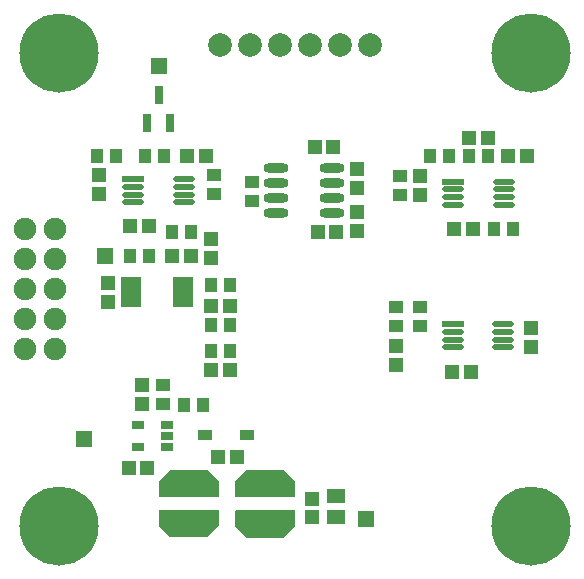
<source format=gts>
G04*
G04 #@! TF.GenerationSoftware,Altium Limited,Altium Designer,22.3.1 (43)*
G04*
G04 Layer_Color=8388736*
%FSLAX25Y25*%
%MOIN*%
G70*
G04*
G04 #@! TF.SameCoordinates,2454C8F7-4EAD-40B7-BFB8-64AA641CEC59*
G04*
G04*
G04 #@! TF.FilePolarity,Negative*
G04*
G01*
G75*
G04:AMPARAMS|DCode=18|XSize=73.09mil|YSize=19.61mil|CornerRadius=9.8mil|HoleSize=0mil|Usage=FLASHONLY|Rotation=0.000|XOffset=0mil|YOffset=0mil|HoleType=Round|Shape=RoundedRectangle|*
%AMROUNDEDRECTD18*
21,1,0.07309,0.00000,0,0,0.0*
21,1,0.05348,0.01961,0,0,0.0*
1,1,0.01961,0.02674,0.00000*
1,1,0.01961,-0.02674,0.00000*
1,1,0.01961,-0.02674,0.00000*
1,1,0.01961,0.02674,0.00000*
%
%ADD18ROUNDEDRECTD18*%
%ADD19R,0.07309X0.01961*%
%ADD33R,0.04737X0.04540*%
%ADD34R,0.04737X0.04343*%
%ADD35R,0.04343X0.04737*%
%ADD36R,0.04540X0.04737*%
%ADD37O,0.08280X0.03162*%
%ADD38R,0.04737X0.04737*%
%ADD39R,0.06312X0.04934*%
%ADD40R,0.04737X0.04737*%
%ADD41R,0.04737X0.03753*%
%ADD42R,0.13005X0.04343*%
%ADD43R,0.20091X0.05524*%
%ADD44R,0.04540X0.04737*%
%ADD45R,0.04343X0.03162*%
%ADD46R,0.06706X0.01981*%
%ADD47R,0.05800X0.05800*%
%ADD48R,0.03162X0.06115*%
%ADD49C,0.26391*%
%ADD50C,0.07493*%
%ADD51C,0.07887*%
G36*
X72698Y24838D02*
X72749Y24828D01*
X72799Y24811D01*
X72846Y24788D01*
X72890Y24759D01*
X72929Y24724D01*
X72964Y24685D01*
X72993Y24641D01*
X73016Y24594D01*
X73033Y24545D01*
X73043Y24493D01*
X73046Y24441D01*
Y19716D01*
X73043Y19664D01*
X73033Y19613D01*
X73016Y19563D01*
X72993Y19516D01*
X72964Y19473D01*
X72929Y19433D01*
X69386Y15890D01*
X69346Y15855D01*
X69303Y15826D01*
X69256Y15803D01*
X69206Y15786D01*
X69155Y15776D01*
X69102Y15772D01*
X56898D01*
X56845Y15776D01*
X56794Y15786D01*
X56744Y15803D01*
X56697Y15826D01*
X56654Y15855D01*
X56614Y15890D01*
X53071Y19433D01*
X53036Y19473D01*
X53007Y19516D01*
X52984Y19563D01*
X52967Y19613D01*
X52957Y19664D01*
X52953Y19716D01*
Y24441D01*
X52957Y24493D01*
X52967Y24545D01*
X52984Y24594D01*
X53007Y24641D01*
X53036Y24685D01*
X53071Y24724D01*
X53110Y24759D01*
X53154Y24788D01*
X53201Y24811D01*
X53251Y24828D01*
X53302Y24838D01*
X53354Y24842D01*
X72646D01*
X72698Y24838D01*
D02*
G37*
G36*
X69155Y38224D02*
X69206Y38214D01*
X69256Y38197D01*
X69303Y38174D01*
X69346Y38145D01*
X69386Y38110D01*
X72929Y34567D01*
X72964Y34528D01*
X72993Y34484D01*
X73016Y34437D01*
X73033Y34387D01*
X73043Y34336D01*
X73046Y34284D01*
Y29559D01*
X73043Y29507D01*
X73033Y29455D01*
X73016Y29406D01*
X72993Y29359D01*
X72964Y29315D01*
X72929Y29276D01*
X72890Y29241D01*
X72846Y29212D01*
X72799Y29189D01*
X72749Y29172D01*
X72698Y29162D01*
X72646Y29158D01*
X53354D01*
X53302Y29162D01*
X53251Y29172D01*
X53201Y29189D01*
X53154Y29212D01*
X53110Y29241D01*
X53071Y29276D01*
X53036Y29315D01*
X53007Y29359D01*
X52984Y29406D01*
X52967Y29455D01*
X52957Y29507D01*
X52953Y29559D01*
Y34284D01*
X52957Y34336D01*
X52967Y34387D01*
X52984Y34437D01*
X53007Y34484D01*
X53036Y34528D01*
X53071Y34567D01*
X56614Y38110D01*
X56654Y38145D01*
X56697Y38174D01*
X56744Y38197D01*
X56794Y38214D01*
X56845Y38224D01*
X56898Y38228D01*
X69102D01*
X69155Y38224D01*
D02*
G37*
G36*
X98198Y24760D02*
X98249Y24749D01*
X98299Y24733D01*
X98346Y24709D01*
X98390Y24680D01*
X98429Y24646D01*
X98464Y24606D01*
X98493Y24563D01*
X98516Y24516D01*
X98533Y24466D01*
X98543Y24415D01*
X98546Y24362D01*
Y19638D01*
X98543Y19586D01*
X98533Y19534D01*
X98516Y19484D01*
X98493Y19437D01*
X98464Y19394D01*
X98429Y19354D01*
X94886Y15811D01*
X94846Y15777D01*
X94803Y15747D01*
X94756Y15724D01*
X94706Y15707D01*
X94655Y15697D01*
X94602Y15694D01*
X82398D01*
X82345Y15697D01*
X82294Y15707D01*
X82244Y15724D01*
X82197Y15747D01*
X82154Y15777D01*
X82114Y15811D01*
X78571Y19354D01*
X78536Y19394D01*
X78507Y19437D01*
X78484Y19484D01*
X78467Y19534D01*
X78457Y19586D01*
X78453Y19638D01*
Y24362D01*
X78457Y24415D01*
X78467Y24466D01*
X78484Y24516D01*
X78507Y24563D01*
X78536Y24606D01*
X78571Y24646D01*
X78610Y24680D01*
X78654Y24709D01*
X78701Y24733D01*
X78751Y24749D01*
X78802Y24760D01*
X78854Y24763D01*
X98146D01*
X98198Y24760D01*
D02*
G37*
G36*
X94655Y38146D02*
X94706Y38135D01*
X94756Y38118D01*
X94803Y38095D01*
X94846Y38066D01*
X94886Y38032D01*
X98429Y34488D01*
X98464Y34449D01*
X98493Y34405D01*
X98516Y34358D01*
X98533Y34308D01*
X98543Y34257D01*
X98546Y34205D01*
Y29480D01*
X98543Y29428D01*
X98533Y29377D01*
X98516Y29327D01*
X98493Y29280D01*
X98464Y29236D01*
X98429Y29197D01*
X98390Y29162D01*
X98346Y29133D01*
X98299Y29110D01*
X98249Y29093D01*
X98198Y29083D01*
X98146Y29079D01*
X78854D01*
X78802Y29083D01*
X78751Y29093D01*
X78701Y29110D01*
X78654Y29133D01*
X78610Y29162D01*
X78571Y29197D01*
X78536Y29236D01*
X78507Y29280D01*
X78484Y29327D01*
X78467Y29377D01*
X78457Y29428D01*
X78453Y29480D01*
Y34205D01*
X78457Y34257D01*
X78467Y34308D01*
X78484Y34358D01*
X78507Y34405D01*
X78536Y34449D01*
X78571Y34488D01*
X82114Y38032D01*
X82154Y38066D01*
X82197Y38095D01*
X82244Y38118D01*
X82294Y38135D01*
X82345Y38146D01*
X82398Y38149D01*
X94602D01*
X94655Y38146D01*
D02*
G37*
D18*
X167921Y86839D02*
D03*
Y84280D02*
D03*
Y81721D02*
D03*
Y79161D02*
D03*
X150985D02*
D03*
Y81721D02*
D03*
Y84280D02*
D03*
X167968Y126661D02*
D03*
Y129220D02*
D03*
X151032Y131780D02*
D03*
Y129220D02*
D03*
Y126661D02*
D03*
X167968Y131780D02*
D03*
Y134339D02*
D03*
X44564Y132559D02*
D03*
Y130000D02*
D03*
Y127441D02*
D03*
X61500D02*
D03*
Y130000D02*
D03*
Y132559D02*
D03*
Y135118D02*
D03*
D19*
X150985Y86839D02*
D03*
X151032Y134339D02*
D03*
X44564Y135118D02*
D03*
D33*
X140000Y129850D02*
D03*
Y136150D02*
D03*
X132000Y79650D02*
D03*
Y73350D02*
D03*
X70500Y108850D02*
D03*
Y115150D02*
D03*
X47500Y66650D02*
D03*
Y60350D02*
D03*
X177000Y85650D02*
D03*
Y79350D02*
D03*
X119000Y117850D02*
D03*
Y124150D02*
D03*
Y138650D02*
D03*
Y132350D02*
D03*
X33000Y136650D02*
D03*
Y130350D02*
D03*
X36000Y100650D02*
D03*
Y94350D02*
D03*
D34*
X133500Y136150D02*
D03*
Y129850D02*
D03*
X132000Y92650D02*
D03*
Y86350D02*
D03*
X54500Y60350D02*
D03*
Y66650D02*
D03*
X140000Y86350D02*
D03*
Y92650D02*
D03*
X84000Y134150D02*
D03*
Y127850D02*
D03*
X71500Y130350D02*
D03*
Y136650D02*
D03*
D35*
X164850Y118500D02*
D03*
X171150D02*
D03*
X143350Y143000D02*
D03*
X149650D02*
D03*
X156350D02*
D03*
X162650D02*
D03*
X76650Y100000D02*
D03*
X70350D02*
D03*
X76650Y86500D02*
D03*
X70350D02*
D03*
Y78000D02*
D03*
X63650Y117500D02*
D03*
X57350D02*
D03*
X49650Y109500D02*
D03*
X43350D02*
D03*
X76650Y78000D02*
D03*
X32350Y143000D02*
D03*
X38650D02*
D03*
X48350D02*
D03*
X54650D02*
D03*
X61350Y60000D02*
D03*
X67650D02*
D03*
D36*
X57350Y109500D02*
D03*
X63650D02*
D03*
X70350Y71500D02*
D03*
X76650D02*
D03*
X70350Y93000D02*
D03*
X76650D02*
D03*
X162650Y149000D02*
D03*
X156350D02*
D03*
X43350Y119500D02*
D03*
X49650D02*
D03*
X169350Y143000D02*
D03*
X175650D02*
D03*
X151350Y118500D02*
D03*
X157650D02*
D03*
X79150Y42500D02*
D03*
X72850D02*
D03*
X150850Y71000D02*
D03*
X157150D02*
D03*
X62350Y143000D02*
D03*
X68650D02*
D03*
D37*
X110752Y128953D02*
D03*
Y123953D02*
D03*
Y133953D02*
D03*
Y138953D02*
D03*
X92248Y123953D02*
D03*
Y128953D02*
D03*
Y133953D02*
D03*
Y138953D02*
D03*
D38*
X111953Y117500D02*
D03*
X106047D02*
D03*
X110953Y146000D02*
D03*
X105047D02*
D03*
D39*
X112000Y22457D02*
D03*
Y29543D02*
D03*
D40*
X104000Y22547D02*
D03*
Y28453D02*
D03*
D41*
X82500Y50000D02*
D03*
X68327D02*
D03*
D42*
X63000Y36055D02*
D03*
Y17945D02*
D03*
X88500Y17866D02*
D03*
Y35976D02*
D03*
D43*
X63000Y22079D02*
D03*
Y31921D02*
D03*
X88500Y31842D02*
D03*
Y22000D02*
D03*
D44*
X43047Y39000D02*
D03*
X48953D02*
D03*
D45*
X55724Y45760D02*
D03*
Y49500D02*
D03*
Y53240D02*
D03*
X46276D02*
D03*
Y45760D02*
D03*
D46*
X61114Y101437D02*
D03*
Y99468D02*
D03*
Y97500D02*
D03*
Y95531D02*
D03*
Y93563D02*
D03*
X43791D02*
D03*
Y95531D02*
D03*
Y97500D02*
D03*
Y99468D02*
D03*
Y101437D02*
D03*
D47*
X35000Y109500D02*
D03*
X122000Y22000D02*
D03*
X28000Y48500D02*
D03*
X53000Y173000D02*
D03*
D48*
X49260Y153776D02*
D03*
X56740D02*
D03*
X53000Y163224D02*
D03*
D49*
X19685Y19685D02*
D03*
X177165Y177165D02*
D03*
Y19685D02*
D03*
X19685Y177165D02*
D03*
D50*
X8500Y88500D02*
D03*
X18500Y78500D02*
D03*
Y88500D02*
D03*
Y118500D02*
D03*
X8500Y108500D02*
D03*
Y98500D02*
D03*
Y78500D02*
D03*
X18500Y108500D02*
D03*
Y98500D02*
D03*
X8500Y118500D02*
D03*
D51*
X123500Y180000D02*
D03*
X83500D02*
D03*
X93500D02*
D03*
X113500D02*
D03*
X73500D02*
D03*
X103500D02*
D03*
M02*

</source>
